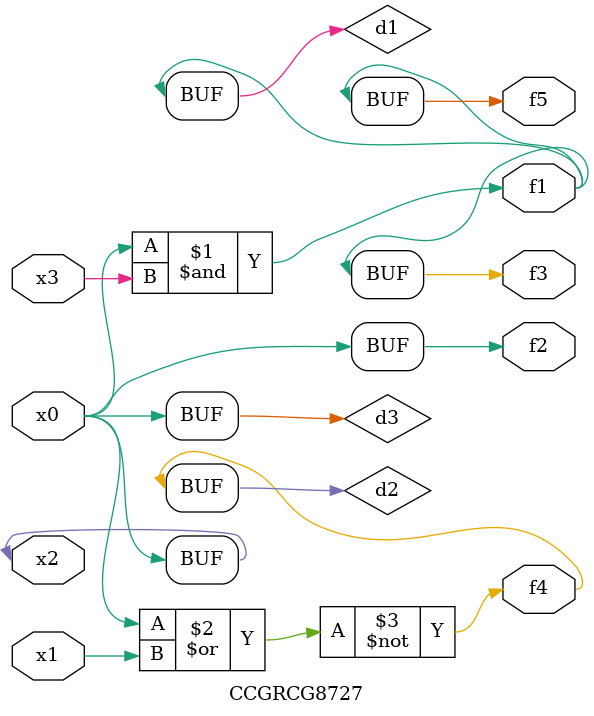
<source format=v>
module CCGRCG8727(
	input x0, x1, x2, x3,
	output f1, f2, f3, f4, f5
);

	wire d1, d2, d3;

	and (d1, x2, x3);
	nor (d2, x0, x1);
	buf (d3, x0, x2);
	assign f1 = d1;
	assign f2 = d3;
	assign f3 = d1;
	assign f4 = d2;
	assign f5 = d1;
endmodule

</source>
